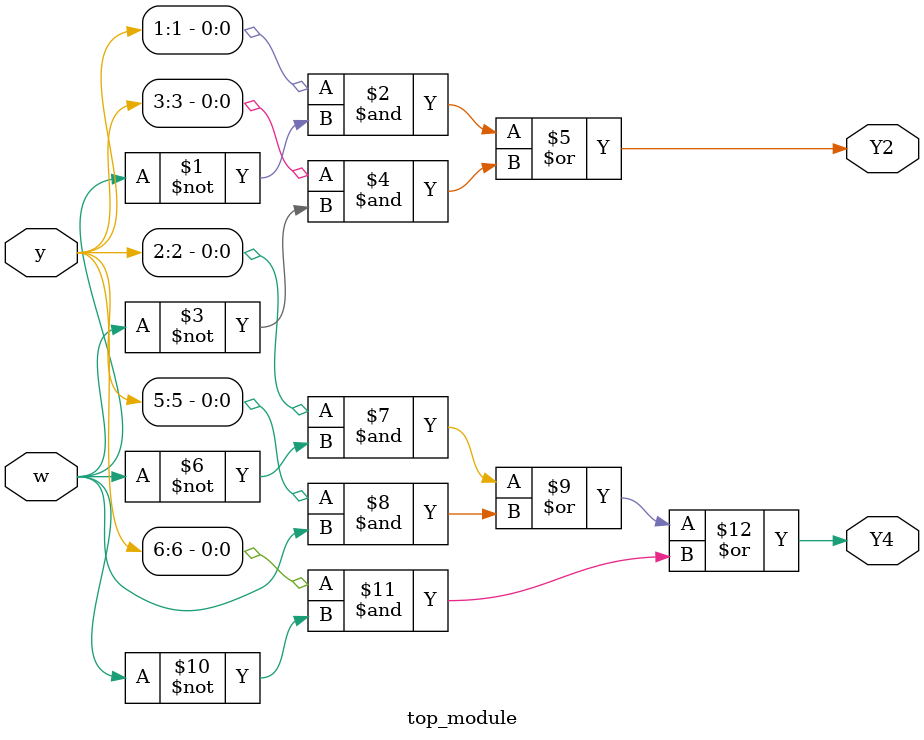
<source format=sv>
module top_module (
    input [6:1] y,
    input w,
    output Y2,
    output Y4
);

// Derive the next-state logic for y[2] and y[4]
assign Y2 = (y[1] & ~w) | (y[3] & ~w);
assign Y4 = (y[2] & ~w) | (y[5] & w) | (y[6] & ~w);

endmodule

</source>
